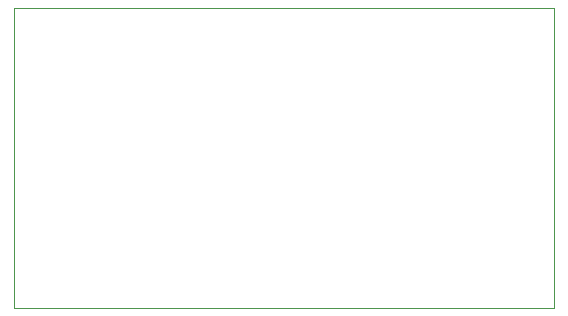
<source format=gko>
G04 #@! TF.FileFunction,Profile,NP*
%FSLAX46Y46*%
G04 Gerber Fmt 4.6, Leading zero omitted, Abs format (unit mm)*
G04 Created by KiCad (PCBNEW 0.201503210816+5526~22~ubuntu14.10.1-product) date Mon 23 Mar 2015 01:39:21 PM EDT*
%MOMM*%
G01*
G04 APERTURE LIST*
%ADD10C,0.100000*%
G04 APERTURE END LIST*
D10*
X190500000Y-96520000D02*
X144780000Y-96520000D01*
X190500000Y-121920000D02*
X190500000Y-96520000D01*
X144780000Y-121920000D02*
X190500000Y-121920000D01*
X144780000Y-96520000D02*
X144780000Y-121920000D01*
M02*

</source>
